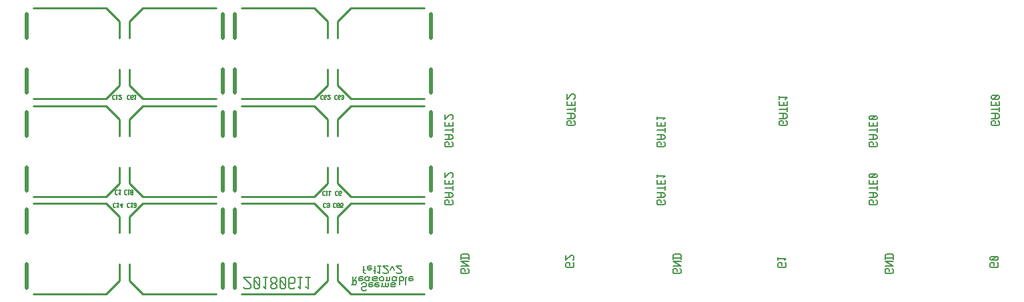
<source format=gbr>
G04 start of page 12 for group -4078 idx -4078 *
G04 Title: fet12v2, bottomsilk *
G04 Creator: pcb 20140316 *
G04 CreationDate: Wed 13 Jun 2018 07:35:06 AM GMT UTC *
G04 For: brian *
G04 Format: Gerber/RS-274X *
G04 PCB-Dimensions (mil): 6000.00 5000.00 *
G04 PCB-Coordinate-Origin: lower left *
%MOIN*%
%FSLAX25Y25*%
%LNBOTTOMSILK*%
%ADD150C,0.0098*%
%ADD149C,0.0197*%
%ADD148C,0.0060*%
G54D148*X347520Y59460D02*X347030Y59950D01*
X347520Y57990D02*Y59460D01*
X347030Y57500D02*X347520Y57990D01*
X344090Y57500D02*X347030D01*
X344090D02*X343600Y57990D01*
Y59460D01*
X344090Y59950D01*
X345070D01*
X345560Y59460D02*X345070Y59950D01*
X345560Y58480D02*Y59460D01*
X343600Y61126D02*X347520D01*
X343600Y63576D01*
X347520D01*
X343600Y65242D02*X347520D01*
Y66516D02*X346834Y67202D01*
X344286D02*X346834D01*
X343600Y66516D02*X344286Y67202D01*
X343600Y64752D02*Y66516D01*
X347520Y64752D02*Y66516D01*
X453520Y59460D02*X453030Y59950D01*
X453520Y57990D02*Y59460D01*
X453030Y57500D02*X453520Y57990D01*
X450090Y57500D02*X453030D01*
X450090D02*X449600Y57990D01*
Y59460D01*
X450090Y59950D01*
X451070D01*
X451560Y59460D02*X451070Y59950D01*
X451560Y58480D02*Y59460D01*
X449600Y61126D02*X453520D01*
X449600Y63576D01*
X453520D01*
X449600Y65242D02*X453520D01*
Y66516D02*X452834Y67202D01*
X450286D02*X452834D01*
X449600Y66516D02*X450286Y67202D01*
X449600Y64752D02*Y66516D01*
X453520Y64752D02*Y66516D01*
X339549Y93908D02*X339059Y94398D01*
X339549Y92438D02*Y93908D01*
X339059Y91948D02*X339549Y92438D01*
X336119Y91948D02*X339059D01*
X336119D02*X335629Y92438D01*
Y93908D01*
X336119Y94398D01*
X337099D01*
X337589Y93908D02*X337099Y94398D01*
X337589Y92928D02*Y93908D01*
X335629Y95574D02*X338569D01*
X339549Y96260D01*
Y97338D01*
X338569Y98024D01*
X335629D02*X338569D01*
X337589Y95574D02*Y98024D01*
X339549Y99200D02*Y101160D01*
X335629Y100180D02*X339549D01*
X337785Y102336D02*Y103806D01*
X335629Y102336D02*Y104296D01*
Y102336D02*X339549D01*
Y104296D01*
X338765Y105472D02*X339549Y106256D01*
X335629D02*X339549D01*
X335629Y105472D02*Y106942D01*
X445549Y93908D02*X445059Y94398D01*
X445549Y92438D02*Y93908D01*
X445059Y91948D02*X445549Y92438D01*
X442119Y91948D02*X445059D01*
X442119D02*X441629Y92438D01*
Y93908D01*
X442119Y94398D01*
X443099D01*
X443589Y93908D02*X443099Y94398D01*
X443589Y92928D02*Y93908D01*
X441629Y95574D02*X444569D01*
X445549Y96260D01*
Y97338D01*
X444569Y98024D01*
X441629D02*X444569D01*
X443589Y95574D02*Y98024D01*
X445549Y99200D02*Y101160D01*
X441629Y100180D02*X445549D01*
X443785Y102336D02*Y103806D01*
X441629Y102336D02*Y104296D01*
Y102336D02*X445549D01*
Y104296D01*
X442119Y105472D02*X441629Y105962D01*
X442119Y105472D02*X445059D01*
X445549Y105962D01*
Y106942D01*
X445059Y107432D01*
X442119D02*X445059D01*
X441629Y106942D02*X442119Y107432D01*
X441629Y105962D02*Y106942D01*
X442609Y105472D02*X444569Y107432D01*
X400020Y62460D02*X399530Y62950D01*
X400020Y60990D02*Y62460D01*
X399530Y60500D02*X400020Y60990D01*
X396590Y60500D02*X399530D01*
X396590D02*X396100Y60990D01*
Y62460D01*
X396590Y62950D01*
X397570D01*
X398060Y62460D02*X397570Y62950D01*
X398060Y61480D02*Y62460D01*
X399236Y64126D02*X400020Y64910D01*
X396100D02*X400020D01*
X396100Y64126D02*Y65596D01*
X241520Y59460D02*X241030Y59950D01*
X241520Y57990D02*Y59460D01*
X241030Y57500D02*X241520Y57990D01*
X238090Y57500D02*X241030D01*
X238090D02*X237600Y57990D01*
Y59460D01*
X238090Y59950D01*
X239070D01*
X239560Y59460D02*X239070Y59950D01*
X239560Y58480D02*Y59460D01*
X237600Y61126D02*X241520D01*
X237600Y63576D01*
X241520D01*
X237600Y65242D02*X241520D01*
Y66516D02*X240834Y67202D01*
X238286D02*X240834D01*
X237600Y66516D02*X238286Y67202D01*
X237600Y64752D02*Y66516D01*
X241520Y64752D02*Y66516D01*
X233549Y93908D02*X233059Y94398D01*
X233549Y92438D02*Y93908D01*
X233059Y91948D02*X233549Y92438D01*
X230119Y91948D02*X233059D01*
X230119D02*X229629Y92438D01*
Y93908D01*
X230119Y94398D01*
X231099D01*
X231589Y93908D02*X231099Y94398D01*
X231589Y92928D02*Y93908D01*
X229629Y95574D02*X232569D01*
X233549Y96260D01*
Y97338D01*
X232569Y98024D01*
X229629D02*X232569D01*
X231589Y95574D02*Y98024D01*
X233549Y99200D02*Y101160D01*
X229629Y100180D02*X233549D01*
X231785Y102336D02*Y103806D01*
X229629Y102336D02*Y104296D01*
Y102336D02*X233549D01*
Y104296D01*
X233059Y105472D02*X233549Y105962D01*
Y107432D01*
X233059Y107922D01*
X232079D02*X233059D01*
X229629Y105472D02*X232079Y107922D01*
X229629Y105472D02*Y107922D01*
X294540Y133420D02*X294060Y133900D01*
X294540Y131980D02*Y133420D01*
X294060Y131500D02*X294540Y131980D01*
X291180Y131500D02*X294060D01*
X291180D02*X290700Y131980D01*
Y133420D01*
X291180Y133900D01*
X292140D01*
X292620Y133420D02*X292140Y133900D01*
X292620Y132460D02*Y133420D01*
X290700Y135052D02*X293580D01*
X294540Y135724D01*
Y136780D01*
X293580Y137452D01*
X290700D02*X293580D01*
X292620Y135052D02*Y137452D01*
X294540Y138604D02*Y140524D01*
X290700Y139564D02*X294540D01*
X292812Y141676D02*Y143116D01*
X290700Y141676D02*Y143596D01*
Y141676D02*X294540D01*
Y143596D01*
X294060Y144748D02*X294540Y145228D01*
Y146668D01*
X294060Y147148D01*
X293100D02*X294060D01*
X290700Y144748D02*X293100Y147148D01*
X290700Y144748D02*Y147148D01*
X294020Y62460D02*X293530Y62950D01*
X294020Y60990D02*Y62460D01*
X293530Y60500D02*X294020Y60990D01*
X290590Y60500D02*X293530D01*
X290590D02*X290100Y60990D01*
Y62460D01*
X290590Y62950D01*
X291570D01*
X292060Y62460D02*X291570Y62950D01*
X292060Y61480D02*Y62460D01*
X293530Y64126D02*X294020Y64616D01*
Y66086D01*
X293530Y66576D01*
X292550D02*X293530D01*
X290100Y64126D02*X292550Y66576D01*
X290100Y64126D02*Y66576D01*
X233549Y122908D02*X233059Y123398D01*
X233549Y121438D02*Y122908D01*
X233059Y120948D02*X233549Y121438D01*
X230119Y120948D02*X233059D01*
X230119D02*X229629Y121438D01*
Y122908D01*
X230119Y123398D01*
X231099D01*
X231589Y122908D02*X231099Y123398D01*
X231589Y121928D02*Y122908D01*
X229629Y124574D02*X232569D01*
X233549Y125260D01*
Y126338D01*
X232569Y127024D01*
X229629D02*X232569D01*
X231589Y124574D02*Y127024D01*
X233549Y128200D02*Y130160D01*
X229629Y129180D02*X233549D01*
X231785Y131336D02*Y132806D01*
X229629Y131336D02*Y133296D01*
Y131336D02*X233549D01*
Y133296D01*
X233059Y134472D02*X233549Y134962D01*
Y136432D01*
X233059Y136922D01*
X232079D02*X233059D01*
X229629Y134472D02*X232079Y136922D01*
X229629Y134472D02*Y136922D01*
X400540Y133420D02*X400060Y133900D01*
X400540Y131980D02*Y133420D01*
X400060Y131500D02*X400540Y131980D01*
X397180Y131500D02*X400060D01*
X397180D02*X396700Y131980D01*
Y133420D01*
X397180Y133900D01*
X398140D01*
X398620Y133420D02*X398140Y133900D01*
X398620Y132460D02*Y133420D01*
X396700Y135052D02*X399580D01*
X400540Y135724D01*
Y136780D01*
X399580Y137452D01*
X396700D02*X399580D01*
X398620Y135052D02*Y137452D01*
X400540Y138604D02*Y140524D01*
X396700Y139564D02*X400540D01*
X398812Y141676D02*Y143116D01*
X396700Y141676D02*Y143596D01*
Y141676D02*X400540D01*
Y143596D01*
X399772Y144748D02*X400540Y145516D01*
X396700D02*X400540D01*
X396700Y144748D02*Y146188D01*
X445549Y122908D02*X445059Y123398D01*
X445549Y121438D02*Y122908D01*
X445059Y120948D02*X445549Y121438D01*
X442119Y120948D02*X445059D01*
X442119D02*X441629Y121438D01*
Y122908D01*
X442119Y123398D01*
X443099D01*
X443589Y122908D02*X443099Y123398D01*
X443589Y121928D02*Y122908D01*
X441629Y124574D02*X444569D01*
X445549Y125260D01*
Y126338D01*
X444569Y127024D01*
X441629D02*X444569D01*
X443589Y124574D02*Y127024D01*
X445549Y128200D02*Y130160D01*
X441629Y129180D02*X445549D01*
X443785Y131336D02*Y132806D01*
X441629Y131336D02*Y133296D01*
Y131336D02*X445549D01*
Y133296D01*
X442119Y134472D02*X441629Y134962D01*
X442119Y134472D02*X445059D01*
X445549Y134962D01*
Y135942D01*
X445059Y136432D01*
X442119D02*X445059D01*
X441629Y135942D02*X442119Y136432D01*
X441629Y134962D02*Y135942D01*
X442609Y134472D02*X444569Y136432D01*
X506540Y133420D02*X506060Y133900D01*
X506540Y131980D02*Y133420D01*
X506060Y131500D02*X506540Y131980D01*
X503180Y131500D02*X506060D01*
X503180D02*X502700Y131980D01*
Y133420D01*
X503180Y133900D01*
X504140D01*
X504620Y133420D02*X504140Y133900D01*
X504620Y132460D02*Y133420D01*
X502700Y135052D02*X505580D01*
X506540Y135724D01*
Y136780D01*
X505580Y137452D01*
X502700D02*X505580D01*
X504620Y135052D02*Y137452D01*
X506540Y138604D02*Y140524D01*
X502700Y139564D02*X506540D01*
X504812Y141676D02*Y143116D01*
X502700Y141676D02*Y143596D01*
Y141676D02*X506540D01*
Y143596D01*
X503180Y144748D02*X502700Y145228D01*
X503180Y144748D02*X506060D01*
X506540Y145228D01*
Y146188D01*
X506060Y146668D01*
X503180D02*X506060D01*
X502700Y146188D02*X503180Y146668D01*
X502700Y145228D02*Y146188D01*
X503660Y144748D02*X505580Y146668D01*
X506020Y62460D02*X505530Y62950D01*
X506020Y60990D02*Y62460D01*
X505530Y60500D02*X506020Y60990D01*
X502590Y60500D02*X505530D01*
X502590D02*X502100Y60990D01*
Y62460D01*
X502590Y62950D01*
X503570D01*
X504060Y62460D02*X503570Y62950D01*
X504060Y61480D02*Y62460D01*
X502590Y64126D02*X502100Y64616D01*
X502590Y64126D02*X505530D01*
X506020Y64616D01*
Y65596D01*
X505530Y66086D01*
X502590D02*X505530D01*
X502100Y65596D02*X502590Y66086D01*
X502100Y64616D02*Y65596D01*
X503080Y64126D02*X505040Y66086D01*
X129000Y50630D02*X129710Y49920D01*
X131840D01*
X132550Y50630D01*
Y52050D01*
X129000Y55600D02*X132550Y52050D01*
X129000Y55600D02*X132550D01*
X134254Y54890D02*X134964Y55600D01*
X134254Y50630D02*Y54890D01*
Y50630D02*X134964Y49920D01*
X136384D01*
X137094Y50630D01*
Y54890D01*
X136384Y55600D02*X137094Y54890D01*
X134964Y55600D02*X136384D01*
X134254Y54180D02*X137094Y51340D01*
X138798Y51056D02*X139934Y49920D01*
Y55600D01*
X138798D02*X140928D01*
X142632Y54890D02*X143342Y55600D01*
X142632Y53754D02*Y54890D01*
Y53754D02*X143626Y52760D01*
X144478D01*
X145472Y53754D01*
Y54890D01*
X144762Y55600D02*X145472Y54890D01*
X143342Y55600D02*X144762D01*
X142632Y51766D02*X143626Y52760D01*
X142632Y50630D02*Y51766D01*
Y50630D02*X143342Y49920D01*
X144762D01*
X145472Y50630D01*
Y51766D01*
X144478Y52760D02*X145472Y51766D01*
X147176Y54890D02*X147886Y55600D01*
X147176Y50630D02*Y54890D01*
Y50630D02*X147886Y49920D01*
X149306D01*
X150016Y50630D01*
Y54890D01*
X149306Y55600D02*X150016Y54890D01*
X147886Y55600D02*X149306D01*
X147176Y54180D02*X150016Y51340D01*
X153850Y49920D02*X154560Y50630D01*
X152430Y49920D02*X153850D01*
X151720Y50630D02*X152430Y49920D01*
X151720Y50630D02*Y54890D01*
X152430Y55600D01*
X153850Y52476D02*X154560Y53186D01*
X151720Y52476D02*X153850D01*
X152430Y55600D02*X153850D01*
X154560Y54890D01*
Y53186D02*Y54890D01*
X156264Y51056D02*X157400Y49920D01*
Y55600D01*
X156264D02*X158394D01*
X160098Y51056D02*X161234Y49920D01*
Y55600D01*
X160098D02*X162228D01*
X189960Y48980D02*X190450Y49470D01*
X188490Y48980D02*X189960D01*
X188000Y49470D02*X188490Y48980D01*
X188000Y49470D02*Y50450D01*
X188490Y50940D01*
X189960D01*
X190450Y51430D01*
Y52410D01*
X189960Y52900D02*X190450Y52410D01*
X188490Y52900D02*X189960D01*
X188000Y52410D02*X188490Y52900D01*
X192116D02*X193586D01*
X191626Y52410D02*X192116Y52900D01*
X191626Y51430D02*Y52410D01*
Y51430D02*X192116Y50940D01*
X193096D01*
X193586Y51430D01*
X191626Y51920D02*X193586D01*
Y51430D02*Y51920D01*
X195252Y52900D02*X196722D01*
X194762Y52410D02*X195252Y52900D01*
X194762Y51430D02*Y52410D01*
Y51430D02*X195252Y50940D01*
X196232D01*
X196722Y51430D01*
X194762Y51920D02*X196722D01*
Y51430D02*Y51920D01*
X198388Y51430D02*Y52900D01*
Y51430D02*X198878Y50940D01*
X199368D01*
X199858Y51430D01*
Y52900D01*
Y51430D02*X200348Y50940D01*
X200838D01*
X201328Y51430D01*
Y52900D01*
X197898Y50940D02*X198388Y51430D01*
X202994Y52900D02*X204464D01*
X204954Y52410D01*
X204464Y51920D02*X204954Y52410D01*
X202994Y51920D02*X204464D01*
X202504Y51430D02*X202994Y51920D01*
X202504Y51430D02*X202994Y50940D01*
X204464D01*
X204954Y51430D01*
X202504Y52410D02*X202994Y52900D01*
X183000Y51980D02*X184960D01*
X185450Y52470D01*
Y53450D01*
X184960Y53940D02*X185450Y53450D01*
X183490Y53940D02*X184960D01*
X183490Y51980D02*Y55900D01*
X184274Y53940D02*X185450Y55900D01*
X187116D02*X188586D01*
X186626Y55410D02*X187116Y55900D01*
X186626Y54430D02*Y55410D01*
Y54430D02*X187116Y53940D01*
X188096D01*
X188586Y54430D01*
X186626Y54920D02*X188586D01*
Y54430D02*Y54920D01*
X191232Y53940D02*X191722Y54430D01*
X190252Y53940D02*X191232D01*
X189762Y54430D02*X190252Y53940D01*
X189762Y54430D02*Y55410D01*
X190252Y55900D01*
X191722Y53940D02*Y55410D01*
X192212Y55900D01*
X190252D02*X191232D01*
X191722Y55410D01*
X193878Y55900D02*X195348D01*
X195838Y55410D01*
X195348Y54920D02*X195838Y55410D01*
X193878Y54920D02*X195348D01*
X193388Y54430D02*X193878Y54920D01*
X193388Y54430D02*X193878Y53940D01*
X195348D01*
X195838Y54430D01*
X193388Y55410D02*X193878Y55900D01*
X197014Y54430D02*Y55410D01*
Y54430D02*X197504Y53940D01*
X198484D01*
X198974Y54430D01*
Y55410D01*
X198484Y55900D02*X198974Y55410D01*
X197504Y55900D02*X198484D01*
X197014Y55410D02*X197504Y55900D01*
X200640Y54430D02*Y55900D01*
Y54430D02*X201130Y53940D01*
X201620D01*
X202110Y54430D01*
Y55900D01*
X200150Y53940D02*X200640Y54430D01*
X204756Y53940D02*X205246Y54430D01*
X203776Y53940D02*X204756D01*
X203286Y54430D02*X203776Y53940D01*
X203286Y54430D02*Y55410D01*
X203776Y55900D01*
X205246Y53940D02*Y55410D01*
X205736Y55900D01*
X203776D02*X204756D01*
X205246Y55410D01*
X206912Y51980D02*Y55900D01*
Y55410D02*X207402Y55900D01*
X208382D01*
X208872Y55410D01*
Y54430D02*Y55410D01*
X208382Y53940D02*X208872Y54430D01*
X207402Y53940D02*X208382D01*
X206912Y54430D02*X207402Y53940D01*
X210048Y51980D02*Y55410D01*
X210538Y55900D01*
X212008D02*X213478D01*
X211518Y55410D02*X212008Y55900D01*
X211518Y54430D02*Y55410D01*
Y54430D02*X212008Y53940D01*
X212988D01*
X213478Y54430D01*
X211518Y54920D02*X213478D01*
Y54430D02*Y54920D01*
X188990Y57970D02*Y61400D01*
Y57970D02*X189480Y57480D01*
X189970D01*
X188500Y59440D02*X189480D01*
X191440Y61400D02*X192910D01*
X190950Y60910D02*X191440Y61400D01*
X190950Y59930D02*Y60910D01*
Y59930D02*X191440Y59440D01*
X192420D01*
X192910Y59930D01*
X190950Y60420D02*X192910D01*
Y59930D02*Y60420D01*
X194576Y57480D02*Y60910D01*
X195066Y61400D01*
X194086Y58950D02*X195066D01*
X196046Y58264D02*X196830Y57480D01*
Y61400D01*
X196046D02*X197516D01*
X198692Y57970D02*X199182Y57480D01*
X200652D01*
X201142Y57970D01*
Y58950D01*
X198692Y61400D02*X201142Y58950D01*
X198692Y61400D02*X201142D01*
X202318Y59440D02*X203298Y61400D01*
X204278Y59440D02*X203298Y61400D01*
X205454Y57970D02*X205944Y57480D01*
X207414D01*
X207904Y57970D01*
Y58950D01*
X205454Y61400D02*X207904Y58950D01*
X205454Y61400D02*X207904D01*
X339549Y122908D02*X339059Y123398D01*
X339549Y121438D02*Y122908D01*
X339059Y120948D02*X339549Y121438D01*
X336119Y120948D02*X339059D01*
X336119D02*X335629Y121438D01*
Y122908D01*
X336119Y123398D01*
X337099D01*
X337589Y122908D02*X337099Y123398D01*
X337589Y121928D02*Y122908D01*
X335629Y124574D02*X338569D01*
X339549Y125260D01*
Y126338D01*
X338569Y127024D01*
X335629D02*X338569D01*
X337589Y124574D02*Y127024D01*
X339549Y128200D02*Y130160D01*
X335629Y129180D02*X339549D01*
X337785Y131336D02*Y132806D01*
X335629Y131336D02*Y133296D01*
Y131336D02*X339549D01*
Y133296D01*
X338765Y134472D02*X339549Y135256D01*
X335629D02*X339549D01*
X335629Y134472D02*Y135942D01*
G54D149*X222531Y62126D02*Y50315D01*
Y89685D02*Y77874D01*
G54D150*X182669Y47362D02*X219185D01*
X182669Y92638D02*X219185D01*
X182669D02*X175976Y85945D01*
X182669Y47362D02*X175976Y54055D01*
Y85945D02*Y77874D01*
Y62126D02*Y54055D01*
G54D149*X118531Y62126D02*Y50315D01*
Y89685D02*Y77874D01*
G54D150*X78669Y47362D02*X115185D01*
X78669Y92638D02*X115185D01*
X78669D02*X71976Y85945D01*
X78669Y47362D02*X71976Y54055D01*
Y85945D02*Y77874D01*
Y62126D02*Y54055D01*
G54D149*X124469Y89685D02*Y77874D01*
Y62126D02*Y50315D01*
G54D150*X127815Y92638D02*X164331D01*
X127815Y47362D02*X164331D01*
X171024Y54055D01*
X164331Y92638D02*X171024Y85945D01*
Y62126D02*Y54055D01*
Y85945D02*Y77874D01*
G54D149*X20469Y89685D02*Y77874D01*
Y62126D02*Y50315D01*
G54D150*X23815Y92638D02*X60331D01*
X23815Y47362D02*X60331D01*
X67024Y54055D01*
X60331Y92638D02*X67024Y85945D01*
Y62126D02*Y54055D01*
Y85945D02*Y77874D01*
G54D149*X222531Y110626D02*Y98815D01*
Y138185D02*Y126374D01*
G54D150*X182669Y95862D02*X219185D01*
X182669Y141138D02*X219185D01*
X182669D02*X175976Y134445D01*
X182669Y95862D02*X175976Y102555D01*
Y134445D02*Y126374D01*
Y110626D02*Y102555D01*
G54D149*X222531Y159626D02*Y147815D01*
Y187185D02*Y175374D01*
G54D150*X182669Y144862D02*X219185D01*
X182669Y190138D02*X219185D01*
X182669D02*X175976Y183445D01*
X182669Y144862D02*X175976Y151555D01*
Y183445D02*Y175374D01*
Y159626D02*Y151555D01*
G54D149*X118531Y110626D02*Y98815D01*
Y138185D02*Y126374D01*
G54D150*X78669Y95862D02*X115185D01*
X78669Y141138D02*X115185D01*
X78669D02*X71976Y134445D01*
X78669Y95862D02*X71976Y102555D01*
Y134445D02*Y126374D01*
Y110626D02*Y102555D01*
G54D149*X118531Y159626D02*Y147815D01*
Y187185D02*Y175374D01*
G54D150*X78669Y144862D02*X115185D01*
X78669Y190138D02*X115185D01*
X78669D02*X71976Y183445D01*
X78669Y144862D02*X71976Y151555D01*
Y183445D02*Y175374D01*
Y159626D02*Y151555D01*
G54D149*X20469Y138185D02*Y126374D01*
Y110626D02*Y98815D01*
G54D150*X23815Y141138D02*X60331D01*
X23815Y95862D02*X60331D01*
X67024Y102555D01*
X60331Y141138D02*X67024Y134445D01*
Y110626D02*Y102555D01*
Y134445D02*Y126374D01*
G54D149*X20469Y187185D02*Y175374D01*
Y159626D02*Y147815D01*
G54D150*X23815Y190138D02*X60331D01*
X23815Y144862D02*X60331D01*
X67024Y151555D01*
X60331Y190138D02*X67024Y183445D01*
Y159626D02*Y151555D01*
Y183445D02*Y175374D01*
G54D149*X124469Y138185D02*Y126374D01*
Y110626D02*Y98815D01*
G54D150*X127815Y141138D02*X164331D01*
X127815Y95862D02*X164331D01*
X171024Y102555D01*
X164331Y141138D02*X171024Y134445D01*
Y110626D02*Y102555D01*
Y134445D02*Y126374D01*
G54D149*X124469Y187185D02*Y175374D01*
Y159626D02*Y147815D01*
G54D150*X127815Y190138D02*X164331D01*
X127815Y144862D02*X164331D01*
X171024Y151555D01*
X164331Y190138D02*X171024Y183445D01*
Y159626D02*Y151555D01*
Y183445D02*Y175374D01*
G54D148*X174378Y92700D02*X175080D01*
X174000Y92322D02*X174378Y92700D01*
X174000Y90918D02*Y92322D01*
Y90918D02*X174378Y90540D01*
X175080D01*
X176538D02*X176808Y90810D01*
X175998Y90540D02*X176538D01*
X175728Y90810D02*X175998Y90540D01*
X175728Y90810D02*Y92430D01*
X175998Y92700D01*
X176538Y91512D02*X176808Y91782D01*
X175728Y91512D02*X176538D01*
X175998Y92700D02*X176538D01*
X176808Y92430D01*
Y91782D02*Y92430D01*
X177456Y90540D02*X178536D01*
X177456D02*Y91620D01*
X177726Y91350D01*
X178266D01*
X178536Y91620D01*
Y92430D01*
X178266Y92700D02*X178536Y92430D01*
X177726Y92700D02*X178266D01*
X177456Y92430D02*X177726Y92700D01*
X168878Y98700D02*X169580D01*
X168500Y98322D02*X168878Y98700D01*
X168500Y96918D02*Y98322D01*
Y96918D02*X168878Y96540D01*
X169580D01*
X170228Y96972D02*X170660Y96540D01*
Y98700D01*
X170228D02*X171038D01*
X171686Y96972D02*X172118Y96540D01*
Y98700D01*
X171686D02*X172496D01*
X175378D02*X176080D01*
X175000Y98322D02*X175378Y98700D01*
X175000Y96918D02*Y98322D01*
Y96918D02*X175378Y96540D01*
X176080D01*
X177538D02*X177808Y96810D01*
X176998Y96540D02*X177538D01*
X176728Y96810D02*X176998Y96540D01*
X176728Y96810D02*Y98430D01*
X176998Y98700D01*
X177538Y97512D02*X177808Y97782D01*
X176728Y97512D02*X177538D01*
X176998Y98700D02*X177538D01*
X177808Y98430D01*
Y97782D02*Y98430D01*
X169378Y92700D02*X170080D01*
X169000Y92322D02*X169378Y92700D01*
X169000Y90918D02*Y92322D01*
Y90918D02*X169378Y90540D01*
X170080D01*
X170728Y90810D02*X170998Y90540D01*
X171538D01*
X171808Y90810D01*
X171538Y92700D02*X171808Y92430D01*
X170998Y92700D02*X171538D01*
X170728Y92430D02*X170998Y92700D01*
Y91512D02*X171538D01*
X171808Y90810D02*Y91242D01*
Y91782D02*Y92430D01*
Y91782D02*X171538Y91512D01*
X171808Y91242D02*X171538Y91512D01*
X71378Y92700D02*X72080D01*
X71000Y92322D02*X71378Y92700D01*
X71000Y90918D02*Y92322D01*
Y90918D02*X71378Y90540D01*
X72080D01*
X72728Y90972D02*X73160Y90540D01*
Y92700D01*
X72728D02*X73538D01*
X74186Y90810D02*X74456Y90540D01*
X74996D01*
X75266Y90810D01*
X74996Y92700D02*X75266Y92430D01*
X74456Y92700D02*X74996D01*
X74186Y92430D02*X74456Y92700D01*
Y91512D02*X74996D01*
X75266Y90810D02*Y91242D01*
Y91782D02*Y92430D01*
Y91782D02*X74996Y91512D01*
X75266Y91242D02*X74996Y91512D01*
X69878Y99200D02*X70580D01*
X69500Y98822D02*X69878Y99200D01*
X69500Y97418D02*Y98822D01*
Y97418D02*X69878Y97040D01*
X70580D01*
X71228Y97472D02*X71660Y97040D01*
Y99200D01*
X71228D02*X72038D01*
X72686Y98930D02*X72956Y99200D01*
X72686Y97310D02*Y98930D01*
Y97310D02*X72956Y97040D01*
X73496D01*
X73766Y97310D01*
Y98930D01*
X73496Y99200D02*X73766Y98930D01*
X72956Y99200D02*X73496D01*
X72686Y98660D02*X73766Y97580D01*
X64378Y92700D02*X65080D01*
X64000Y92322D02*X64378Y92700D01*
X64000Y90918D02*Y92322D01*
Y90918D02*X64378Y90540D01*
X65080D01*
X65728Y90972D02*X66160Y90540D01*
Y92700D01*
X65728D02*X66538D01*
X67186Y91890D02*X68266Y90540D01*
X67186Y91890D02*X68536D01*
X68266Y90540D02*Y92700D01*
X65378Y99200D02*X66080D01*
X65000Y98822D02*X65378Y99200D01*
X65000Y97418D02*Y98822D01*
Y97418D02*X65378Y97040D01*
X66080D01*
X66728Y97472D02*X67160Y97040D01*
Y99200D01*
X66728D02*X67538D01*
X71378Y146700D02*X72080D01*
X71000Y146322D02*X71378Y146700D01*
X71000Y144918D02*Y146322D01*
Y144918D02*X71378Y144540D01*
X72080D01*
X73538D02*X73808Y144810D01*
X72998Y144540D02*X73538D01*
X72728Y144810D02*X72998Y144540D01*
X72728Y144810D02*Y146430D01*
X72998Y146700D01*
X73538Y145512D02*X73808Y145782D01*
X72728Y145512D02*X73538D01*
X72998Y146700D02*X73538D01*
X73808Y146430D01*
Y145782D02*Y146430D01*
X74456Y144972D02*X74888Y144540D01*
Y146700D01*
X74456D02*X75266D01*
X63878D02*X64580D01*
X63500Y146322D02*X63878Y146700D01*
X63500Y144918D02*Y146322D01*
Y144918D02*X63878Y144540D01*
X64580D01*
X65228Y144972D02*X65660Y144540D01*
Y146700D01*
X65228D02*X66038D01*
X66686Y144810D02*X66956Y144540D01*
X67766D01*
X68036Y144810D01*
Y145350D01*
X66686Y146700D02*X68036Y145350D01*
X66686Y146700D02*X68036D01*
X174878D02*X175580D01*
X174500Y146322D02*X174878Y146700D01*
X174500Y144918D02*Y146322D01*
Y144918D02*X174878Y144540D01*
X175580D01*
X177038D02*X177308Y144810D01*
X176498Y144540D02*X177038D01*
X176228Y144810D02*X176498Y144540D01*
X176228Y144810D02*Y146430D01*
X176498Y146700D01*
X177038Y145512D02*X177308Y145782D01*
X176228Y145512D02*X177038D01*
X176498Y146700D02*X177038D01*
X177308Y146430D01*
Y145782D02*Y146430D01*
X177956Y144810D02*X178226Y144540D01*
X178766D01*
X179036Y144810D01*
X178766Y146700D02*X179036Y146430D01*
X178226Y146700D02*X178766D01*
X177956Y146430D02*X178226Y146700D01*
Y145512D02*X178766D01*
X179036Y144810D02*Y145242D01*
Y145782D02*Y146430D01*
Y145782D02*X178766Y145512D01*
X179036Y145242D02*X178766Y145512D01*
X167878Y146700D02*X168580D01*
X167500Y146322D02*X167878Y146700D01*
X167500Y144918D02*Y146322D01*
Y144918D02*X167878Y144540D01*
X168580D01*
X170038D02*X170308Y144810D01*
X169498Y144540D02*X170038D01*
X169228Y144810D02*X169498Y144540D01*
X169228Y144810D02*Y146430D01*
X169498Y146700D01*
X170038Y145512D02*X170308Y145782D01*
X169228Y145512D02*X170038D01*
X169498Y146700D02*X170038D01*
X170308Y146430D01*
Y145782D02*Y146430D01*
X170956Y144810D02*X171226Y144540D01*
X172036D01*
X172306Y144810D01*
Y145350D01*
X170956Y146700D02*X172306Y145350D01*
X170956Y146700D02*X172306D01*
M02*

</source>
